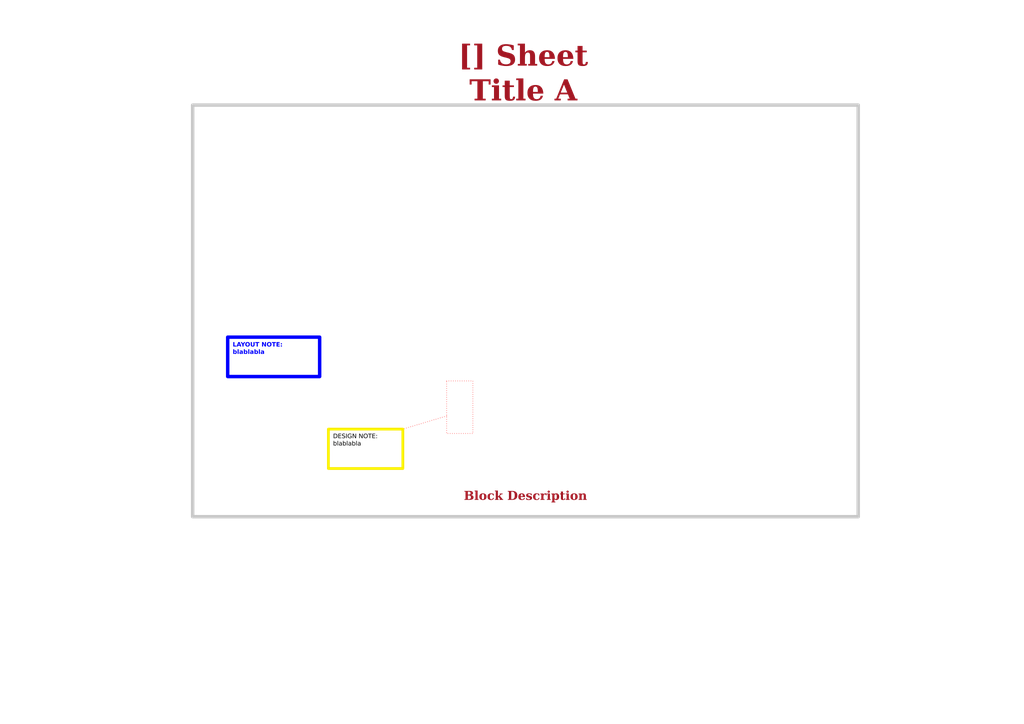
<source format=kicad_sch>
(kicad_sch
	(version 20250114)
	(generator "eeschema")
	(generator_version "9.0")
	(uuid "ea8c4f5e-7a49-4faf-a994-dbc85ed86b0a")
	(paper "A4")
	(title_block
		(title "Sheet Title A")
		(date "2025-08-28")
		(rev "${REVISION}")
		(company "${COMPANY}")
	)
	(lib_symbols)
	(rectangle
		(start 129.54 110.49)
		(end 137.16 125.73)
		(stroke
			(width 0)
			(type dot)
			(color 255 0 0 1)
		)
		(fill
			(type none)
		)
		(uuid 1d95e40b-2bfb-46ac-aef7-d61406185c71)
	)
	(rectangle
		(start 55.88 30.48)
		(end 248.92 149.86)
		(stroke
			(width 1)
			(type default)
			(color 200 200 200 1)
		)
		(fill
			(type none)
		)
		(uuid bb86d4de-8a6c-49fd-bb3c-0c8f9cc72e55)
	)
	(text_box "LAYOUT NOTE:\nblablabla"
		(exclude_from_sim no)
		(at 66.04 97.79 0)
		(size 26.67 11.43)
		(margins 1.4525 1.4525 1.4525 1.4525)
		(stroke
			(width 1)
			(type solid)
			(color 0 0 255 1)
		)
		(fill
			(type none)
		)
		(effects
			(font
				(face "Arial")
				(size 1.27 1.27)
				(thickness 0.4)
				(bold yes)
				(color 0 0 255 1)
			)
			(justify left top)
		)
		(uuid "59800026-abce-490f-af73-e553b627145c")
	)
	(text_box "[${#}] ${TITLE}"
		(exclude_from_sim no)
		(at 115.57 15.24 0)
		(size 72.39 12.7)
		(margins 4.4999 4.4999 4.4999 4.4999)
		(stroke
			(width -0.0001)
			(type default)
		)
		(fill
			(type none)
		)
		(effects
			(font
				(face "Times New Roman")
				(size 6 6)
				(thickness 1.2)
				(bold yes)
				(color 162 22 34 1)
			)
		)
		(uuid "b2c13488-4f2f-433b-bdc6-d210d1646aca")
	)
	(text_box "Block Description"
		(exclude_from_sim no)
		(at 57.15 139.7 0)
		(size 190.5 7.62)
		(margins 1.9049 1.9049 1.9049 1.9049)
		(stroke
			(width -0.0001)
			(type default)
		)
		(fill
			(type none)
		)
		(effects
			(font
				(face "Times New Roman")
				(size 2.54 2.54)
				(thickness 0.508)
				(bold yes)
				(color 162 22 34 1)
			)
			(justify bottom)
		)
		(uuid "b610ad11-6470-4e17-bb6a-df05c5ad2515")
	)
	(text_box "DESIGN NOTE:\nblablabla"
		(exclude_from_sim no)
		(at 95.25 124.46 0)
		(size 21.59 11.43)
		(margins 1.3525 1.3525 1.3525 1.3525)
		(stroke
			(width 0.8)
			(type solid)
			(color 250 236 0 1)
		)
		(fill
			(type none)
		)
		(effects
			(font
				(face "Arial")
				(size 1.27 1.27)
				(color 0 0 0 1)
			)
			(justify left top)
		)
		(uuid "e0003229-9448-4893-9fb1-bea9e839bb75")
	)
	(polyline
		(pts
			(xy 129.54 120.65) (xy 116.84 124.46)
		)
		(stroke
			(width 0)
			(type dot)
			(color 255 0 0 1)
		)
		(uuid "dbc0dbb3-ec35-483a-84d2-c330277e1998")
	)
)

</source>
